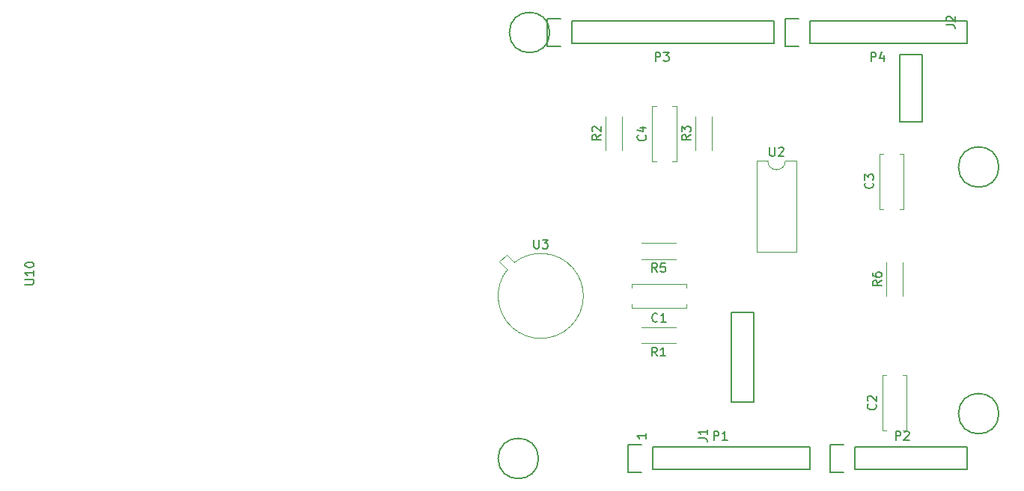
<source format=gbr>
G04 #@! TF.GenerationSoftware,KiCad,Pcbnew,(5.0.0)*
G04 #@! TF.CreationDate,2018-11-13T08:44:11+01:00*
G04 #@! TF.ProjectId,UNO,554E4F2E6B696361645F706362000000,rev?*
G04 #@! TF.SameCoordinates,Original*
G04 #@! TF.FileFunction,Legend,Top*
G04 #@! TF.FilePolarity,Positive*
%FSLAX46Y46*%
G04 Gerber Fmt 4.6, Leading zero omitted, Abs format (unit mm)*
G04 Created by KiCad (PCBNEW (5.0.0)) date 11/13/18 08:44:11*
%MOMM*%
%LPD*%
G01*
G04 APERTURE LIST*
%ADD10C,0.150000*%
%ADD11C,0.120000*%
G04 APERTURE END LIST*
D10*
X139390380Y-120999285D02*
X139390380Y-121570714D01*
X139390380Y-121285000D02*
X138390380Y-121285000D01*
X138533238Y-121380238D01*
X138628476Y-121475476D01*
X138676095Y-121570714D01*
G04 #@! TO.C,J1*
X151638000Y-117475000D02*
X149098000Y-117475000D01*
X151638000Y-109855000D02*
X151638000Y-117475000D01*
X149098000Y-117475000D02*
X149098000Y-109855000D01*
X151638000Y-107315000D02*
X151638000Y-109855000D01*
X149098000Y-107315000D02*
X151638000Y-107315000D01*
X149098000Y-109855000D02*
X149098000Y-107315000D01*
G04 #@! TO.C,J2*
X168148000Y-78105000D02*
X170688000Y-78105000D01*
X168148000Y-85725000D02*
X168148000Y-78105000D01*
X170688000Y-85725000D02*
X168148000Y-85725000D01*
X170688000Y-78105000D02*
X170688000Y-85725000D01*
G04 #@! TO.C,P1*
X137388000Y-122275000D02*
X137388000Y-125375000D01*
X138938000Y-122275000D02*
X137388000Y-122275000D01*
X140208000Y-125095000D02*
X140208000Y-122555000D01*
X137388000Y-125375000D02*
X138938000Y-125375000D01*
X157988000Y-122555000D02*
X140208000Y-122555000D01*
X157988000Y-125095000D02*
X157988000Y-122555000D01*
X140208000Y-125095000D02*
X157988000Y-125095000D01*
G04 #@! TO.C,P2*
X160248000Y-122275000D02*
X160248000Y-125375000D01*
X161798000Y-122275000D02*
X160248000Y-122275000D01*
X163068000Y-125095000D02*
X163068000Y-122555000D01*
X160248000Y-125375000D02*
X161798000Y-125375000D01*
X175768000Y-122555000D02*
X163068000Y-122555000D01*
X175768000Y-125095000D02*
X175768000Y-122555000D01*
X163068000Y-125095000D02*
X175768000Y-125095000D01*
G04 #@! TO.C,P3*
X128244000Y-74015000D02*
X128244000Y-77115000D01*
X129794000Y-74015000D02*
X128244000Y-74015000D01*
X131064000Y-76835000D02*
X131064000Y-74295000D01*
X128244000Y-77115000D02*
X129794000Y-77115000D01*
X153924000Y-74295000D02*
X131064000Y-74295000D01*
X153924000Y-76835000D02*
X153924000Y-74295000D01*
X131064000Y-76835000D02*
X153924000Y-76835000D01*
G04 #@! TO.C,P4*
X155168000Y-74015000D02*
X155168000Y-77115000D01*
X156718000Y-74015000D02*
X155168000Y-74015000D01*
X157988000Y-76835000D02*
X157988000Y-74295000D01*
X155168000Y-77115000D02*
X156718000Y-77115000D01*
X175768000Y-74295000D02*
X157988000Y-74295000D01*
X175768000Y-76835000D02*
X175768000Y-74295000D01*
X157988000Y-76835000D02*
X175768000Y-76835000D01*
G04 #@! TO.C,P5*
X127254000Y-123825000D02*
G75*
G03X127254000Y-123825000I-2286000J0D01*
G01*
G04 #@! TO.C,P6*
X179324000Y-118745000D02*
G75*
G03X179324000Y-118745000I-2286000J0D01*
G01*
G04 #@! TO.C,P7*
X128524000Y-75565000D02*
G75*
G03X128524000Y-75565000I-2286000J0D01*
G01*
G04 #@! TO.C,P8*
X179324000Y-90805000D02*
G75*
G03X179324000Y-90805000I-2286000J0D01*
G01*
D11*
G04 #@! TO.C,C1*
X137763000Y-104485000D02*
X137763000Y-104040000D01*
X137763000Y-106780000D02*
X137763000Y-106335000D01*
X144003000Y-104485000D02*
X144003000Y-104040000D01*
X144003000Y-106780000D02*
X144003000Y-106335000D01*
X144003000Y-104040000D02*
X137763000Y-104040000D01*
X144003000Y-106780000D02*
X137763000Y-106780000D01*
G04 #@! TO.C,C2*
X168438000Y-114395000D02*
X168883000Y-114395000D01*
X166143000Y-114395000D02*
X166588000Y-114395000D01*
X168438000Y-120635000D02*
X168883000Y-120635000D01*
X166143000Y-120635000D02*
X166588000Y-120635000D01*
X168883000Y-120635000D02*
X168883000Y-114395000D01*
X166143000Y-120635000D02*
X166143000Y-114395000D01*
G04 #@! TO.C,C3*
X168120500Y-89312500D02*
X168565500Y-89312500D01*
X165825500Y-89312500D02*
X166270500Y-89312500D01*
X168120500Y-95552500D02*
X168565500Y-95552500D01*
X165825500Y-95552500D02*
X166270500Y-95552500D01*
X168565500Y-95552500D02*
X168565500Y-89312500D01*
X165825500Y-95552500D02*
X165825500Y-89312500D01*
G04 #@! TO.C,C4*
X142403000Y-83915000D02*
X142848000Y-83915000D01*
X140108000Y-83915000D02*
X140553000Y-83915000D01*
X142403000Y-90155000D02*
X142848000Y-90155000D01*
X140108000Y-90155000D02*
X140553000Y-90155000D01*
X142848000Y-90155000D02*
X142848000Y-83915000D01*
X140108000Y-90155000D02*
X140108000Y-83915000D01*
G04 #@! TO.C,R1*
X142763000Y-108935000D02*
X138923000Y-108935000D01*
X142763000Y-110775000D02*
X138923000Y-110775000D01*
G04 #@! TO.C,R2*
X136683000Y-88915000D02*
X136683000Y-85075000D01*
X134843000Y-88915000D02*
X134843000Y-85075000D01*
G04 #@! TO.C,R3*
X146843000Y-88915000D02*
X146843000Y-85075000D01*
X145003000Y-88915000D02*
X145003000Y-85075000D01*
G04 #@! TO.C,R5*
X142763000Y-99410000D02*
X138923000Y-99410000D01*
X142763000Y-101250000D02*
X138923000Y-101250000D01*
G04 #@! TO.C,R6*
X168433000Y-105425000D02*
X168433000Y-101585000D01*
X166593000Y-105425000D02*
X166593000Y-101585000D01*
G04 #@! TO.C,U2*
X156428000Y-90110000D02*
X155178000Y-90110000D01*
X156428000Y-100390000D02*
X156428000Y-90110000D01*
X151928000Y-100390000D02*
X156428000Y-100390000D01*
X151928000Y-90110000D02*
X151928000Y-100390000D01*
X153178000Y-90110000D02*
X151928000Y-90110000D01*
X155178000Y-90110000D02*
G75*
G02X153178000Y-90110000I-1000000J0D01*
G01*
G04 #@! TO.C,U3*
X124510916Y-101635098D02*
X123619961Y-100744144D01*
X123619961Y-100744144D02*
X122842144Y-101521961D01*
X122842144Y-101521961D02*
X123733098Y-102412916D01*
X123733326Y-102412629D02*
G75*
G03X124510916Y-101635098I3774674J-2997371D01*
G01*
G04 #@! TO.C,J1*
D10*
X145320380Y-121538333D02*
X146034666Y-121538333D01*
X146177523Y-121585952D01*
X146272761Y-121681190D01*
X146320380Y-121824047D01*
X146320380Y-121919285D01*
X146320380Y-120538333D02*
X146320380Y-121109761D01*
X146320380Y-120824047D02*
X145320380Y-120824047D01*
X145463238Y-120919285D01*
X145558476Y-121014523D01*
X145606095Y-121109761D01*
G04 #@! TO.C,J2*
X173370380Y-74708333D02*
X174084666Y-74708333D01*
X174227523Y-74755952D01*
X174322761Y-74851190D01*
X174370380Y-74994047D01*
X174370380Y-75089285D01*
X173465619Y-74279761D02*
X173418000Y-74232142D01*
X173370380Y-74136904D01*
X173370380Y-73898809D01*
X173418000Y-73803571D01*
X173465619Y-73755952D01*
X173560857Y-73708333D01*
X173656095Y-73708333D01*
X173798952Y-73755952D01*
X174370380Y-74327380D01*
X174370380Y-73708333D01*
G04 #@! TO.C,U10*
X69175380Y-104108095D02*
X69984904Y-104108095D01*
X70080142Y-104060476D01*
X70127761Y-104012857D01*
X70175380Y-103917619D01*
X70175380Y-103727142D01*
X70127761Y-103631904D01*
X70080142Y-103584285D01*
X69984904Y-103536666D01*
X69175380Y-103536666D01*
X70175380Y-102536666D02*
X70175380Y-103108095D01*
X70175380Y-102822380D02*
X69175380Y-102822380D01*
X69318238Y-102917619D01*
X69413476Y-103012857D01*
X69461095Y-103108095D01*
X69175380Y-101917619D02*
X69175380Y-101822380D01*
X69223000Y-101727142D01*
X69270619Y-101679523D01*
X69365857Y-101631904D01*
X69556333Y-101584285D01*
X69794428Y-101584285D01*
X69984904Y-101631904D01*
X70080142Y-101679523D01*
X70127761Y-101727142D01*
X70175380Y-101822380D01*
X70175380Y-101917619D01*
X70127761Y-102012857D01*
X70080142Y-102060476D01*
X69984904Y-102108095D01*
X69794428Y-102155714D01*
X69556333Y-102155714D01*
X69365857Y-102108095D01*
X69270619Y-102060476D01*
X69223000Y-102012857D01*
X69175380Y-101917619D01*
G04 #@! TO.C,P1*
X147089904Y-121737380D02*
X147089904Y-120737380D01*
X147470857Y-120737380D01*
X147566095Y-120785000D01*
X147613714Y-120832619D01*
X147661333Y-120927857D01*
X147661333Y-121070714D01*
X147613714Y-121165952D01*
X147566095Y-121213571D01*
X147470857Y-121261190D01*
X147089904Y-121261190D01*
X148613714Y-121737380D02*
X148042285Y-121737380D01*
X148328000Y-121737380D02*
X148328000Y-120737380D01*
X148232761Y-120880238D01*
X148137523Y-120975476D01*
X148042285Y-121023095D01*
G04 #@! TO.C,P2*
X167663904Y-121737380D02*
X167663904Y-120737380D01*
X168044857Y-120737380D01*
X168140095Y-120785000D01*
X168187714Y-120832619D01*
X168235333Y-120927857D01*
X168235333Y-121070714D01*
X168187714Y-121165952D01*
X168140095Y-121213571D01*
X168044857Y-121261190D01*
X167663904Y-121261190D01*
X168616285Y-120832619D02*
X168663904Y-120785000D01*
X168759142Y-120737380D01*
X168997238Y-120737380D01*
X169092476Y-120785000D01*
X169140095Y-120832619D01*
X169187714Y-120927857D01*
X169187714Y-121023095D01*
X169140095Y-121165952D01*
X168568666Y-121737380D01*
X169187714Y-121737380D01*
G04 #@! TO.C,P3*
X140485904Y-78811380D02*
X140485904Y-77811380D01*
X140866857Y-77811380D01*
X140962095Y-77859000D01*
X141009714Y-77906619D01*
X141057333Y-78001857D01*
X141057333Y-78144714D01*
X141009714Y-78239952D01*
X140962095Y-78287571D01*
X140866857Y-78335190D01*
X140485904Y-78335190D01*
X141390666Y-77811380D02*
X142009714Y-77811380D01*
X141676380Y-78192333D01*
X141819238Y-78192333D01*
X141914476Y-78239952D01*
X141962095Y-78287571D01*
X142009714Y-78382809D01*
X142009714Y-78620904D01*
X141962095Y-78716142D01*
X141914476Y-78763761D01*
X141819238Y-78811380D01*
X141533523Y-78811380D01*
X141438285Y-78763761D01*
X141390666Y-78716142D01*
G04 #@! TO.C,P4*
X164869904Y-78811380D02*
X164869904Y-77811380D01*
X165250857Y-77811380D01*
X165346095Y-77859000D01*
X165393714Y-77906619D01*
X165441333Y-78001857D01*
X165441333Y-78144714D01*
X165393714Y-78239952D01*
X165346095Y-78287571D01*
X165250857Y-78335190D01*
X164869904Y-78335190D01*
X166298476Y-78144714D02*
X166298476Y-78811380D01*
X166060380Y-77763761D02*
X165822285Y-78478047D01*
X166441333Y-78478047D01*
G04 #@! TO.C,C1*
X140716333Y-108267142D02*
X140668714Y-108314761D01*
X140525857Y-108362380D01*
X140430619Y-108362380D01*
X140287761Y-108314761D01*
X140192523Y-108219523D01*
X140144904Y-108124285D01*
X140097285Y-107933809D01*
X140097285Y-107790952D01*
X140144904Y-107600476D01*
X140192523Y-107505238D01*
X140287761Y-107410000D01*
X140430619Y-107362380D01*
X140525857Y-107362380D01*
X140668714Y-107410000D01*
X140716333Y-107457619D01*
X141668714Y-108362380D02*
X141097285Y-108362380D01*
X141383000Y-108362380D02*
X141383000Y-107362380D01*
X141287761Y-107505238D01*
X141192523Y-107600476D01*
X141097285Y-107648095D01*
G04 #@! TO.C,C2*
X165370142Y-117681666D02*
X165417761Y-117729285D01*
X165465380Y-117872142D01*
X165465380Y-117967380D01*
X165417761Y-118110238D01*
X165322523Y-118205476D01*
X165227285Y-118253095D01*
X165036809Y-118300714D01*
X164893952Y-118300714D01*
X164703476Y-118253095D01*
X164608238Y-118205476D01*
X164513000Y-118110238D01*
X164465380Y-117967380D01*
X164465380Y-117872142D01*
X164513000Y-117729285D01*
X164560619Y-117681666D01*
X164560619Y-117300714D02*
X164513000Y-117253095D01*
X164465380Y-117157857D01*
X164465380Y-116919761D01*
X164513000Y-116824523D01*
X164560619Y-116776904D01*
X164655857Y-116729285D01*
X164751095Y-116729285D01*
X164893952Y-116776904D01*
X165465380Y-117348333D01*
X165465380Y-116729285D01*
G04 #@! TO.C,C3*
X165052642Y-92599166D02*
X165100261Y-92646785D01*
X165147880Y-92789642D01*
X165147880Y-92884880D01*
X165100261Y-93027738D01*
X165005023Y-93122976D01*
X164909785Y-93170595D01*
X164719309Y-93218214D01*
X164576452Y-93218214D01*
X164385976Y-93170595D01*
X164290738Y-93122976D01*
X164195500Y-93027738D01*
X164147880Y-92884880D01*
X164147880Y-92789642D01*
X164195500Y-92646785D01*
X164243119Y-92599166D01*
X164147880Y-92265833D02*
X164147880Y-91646785D01*
X164528833Y-91980119D01*
X164528833Y-91837261D01*
X164576452Y-91742023D01*
X164624071Y-91694404D01*
X164719309Y-91646785D01*
X164957404Y-91646785D01*
X165052642Y-91694404D01*
X165100261Y-91742023D01*
X165147880Y-91837261D01*
X165147880Y-92122976D01*
X165100261Y-92218214D01*
X165052642Y-92265833D01*
G04 #@! TO.C,C4*
X139335142Y-87201666D02*
X139382761Y-87249285D01*
X139430380Y-87392142D01*
X139430380Y-87487380D01*
X139382761Y-87630238D01*
X139287523Y-87725476D01*
X139192285Y-87773095D01*
X139001809Y-87820714D01*
X138858952Y-87820714D01*
X138668476Y-87773095D01*
X138573238Y-87725476D01*
X138478000Y-87630238D01*
X138430380Y-87487380D01*
X138430380Y-87392142D01*
X138478000Y-87249285D01*
X138525619Y-87201666D01*
X138763714Y-86344523D02*
X139430380Y-86344523D01*
X138382761Y-86582619D02*
X139097047Y-86820714D01*
X139097047Y-86201666D01*
G04 #@! TO.C,R1*
X140676333Y-112227380D02*
X140343000Y-111751190D01*
X140104904Y-112227380D02*
X140104904Y-111227380D01*
X140485857Y-111227380D01*
X140581095Y-111275000D01*
X140628714Y-111322619D01*
X140676333Y-111417857D01*
X140676333Y-111560714D01*
X140628714Y-111655952D01*
X140581095Y-111703571D01*
X140485857Y-111751190D01*
X140104904Y-111751190D01*
X141628714Y-112227380D02*
X141057285Y-112227380D01*
X141343000Y-112227380D02*
X141343000Y-111227380D01*
X141247761Y-111370238D01*
X141152523Y-111465476D01*
X141057285Y-111513095D01*
G04 #@! TO.C,R2*
X134295380Y-87161666D02*
X133819190Y-87495000D01*
X134295380Y-87733095D02*
X133295380Y-87733095D01*
X133295380Y-87352142D01*
X133343000Y-87256904D01*
X133390619Y-87209285D01*
X133485857Y-87161666D01*
X133628714Y-87161666D01*
X133723952Y-87209285D01*
X133771571Y-87256904D01*
X133819190Y-87352142D01*
X133819190Y-87733095D01*
X133390619Y-86780714D02*
X133343000Y-86733095D01*
X133295380Y-86637857D01*
X133295380Y-86399761D01*
X133343000Y-86304523D01*
X133390619Y-86256904D01*
X133485857Y-86209285D01*
X133581095Y-86209285D01*
X133723952Y-86256904D01*
X134295380Y-86828333D01*
X134295380Y-86209285D01*
G04 #@! TO.C,R3*
X144455380Y-87161666D02*
X143979190Y-87495000D01*
X144455380Y-87733095D02*
X143455380Y-87733095D01*
X143455380Y-87352142D01*
X143503000Y-87256904D01*
X143550619Y-87209285D01*
X143645857Y-87161666D01*
X143788714Y-87161666D01*
X143883952Y-87209285D01*
X143931571Y-87256904D01*
X143979190Y-87352142D01*
X143979190Y-87733095D01*
X143455380Y-86828333D02*
X143455380Y-86209285D01*
X143836333Y-86542619D01*
X143836333Y-86399761D01*
X143883952Y-86304523D01*
X143931571Y-86256904D01*
X144026809Y-86209285D01*
X144264904Y-86209285D01*
X144360142Y-86256904D01*
X144407761Y-86304523D01*
X144455380Y-86399761D01*
X144455380Y-86685476D01*
X144407761Y-86780714D01*
X144360142Y-86828333D01*
G04 #@! TO.C,R5*
X140676333Y-102702380D02*
X140343000Y-102226190D01*
X140104904Y-102702380D02*
X140104904Y-101702380D01*
X140485857Y-101702380D01*
X140581095Y-101750000D01*
X140628714Y-101797619D01*
X140676333Y-101892857D01*
X140676333Y-102035714D01*
X140628714Y-102130952D01*
X140581095Y-102178571D01*
X140485857Y-102226190D01*
X140104904Y-102226190D01*
X141581095Y-101702380D02*
X141104904Y-101702380D01*
X141057285Y-102178571D01*
X141104904Y-102130952D01*
X141200142Y-102083333D01*
X141438238Y-102083333D01*
X141533476Y-102130952D01*
X141581095Y-102178571D01*
X141628714Y-102273809D01*
X141628714Y-102511904D01*
X141581095Y-102607142D01*
X141533476Y-102654761D01*
X141438238Y-102702380D01*
X141200142Y-102702380D01*
X141104904Y-102654761D01*
X141057285Y-102607142D01*
G04 #@! TO.C,R6*
X166045380Y-103671666D02*
X165569190Y-104005000D01*
X166045380Y-104243095D02*
X165045380Y-104243095D01*
X165045380Y-103862142D01*
X165093000Y-103766904D01*
X165140619Y-103719285D01*
X165235857Y-103671666D01*
X165378714Y-103671666D01*
X165473952Y-103719285D01*
X165521571Y-103766904D01*
X165569190Y-103862142D01*
X165569190Y-104243095D01*
X165045380Y-102814523D02*
X165045380Y-103005000D01*
X165093000Y-103100238D01*
X165140619Y-103147857D01*
X165283476Y-103243095D01*
X165473952Y-103290714D01*
X165854904Y-103290714D01*
X165950142Y-103243095D01*
X165997761Y-103195476D01*
X166045380Y-103100238D01*
X166045380Y-102909761D01*
X165997761Y-102814523D01*
X165950142Y-102766904D01*
X165854904Y-102719285D01*
X165616809Y-102719285D01*
X165521571Y-102766904D01*
X165473952Y-102814523D01*
X165426333Y-102909761D01*
X165426333Y-103100238D01*
X165473952Y-103195476D01*
X165521571Y-103243095D01*
X165616809Y-103290714D01*
G04 #@! TO.C,U2*
X153416095Y-88562380D02*
X153416095Y-89371904D01*
X153463714Y-89467142D01*
X153511333Y-89514761D01*
X153606571Y-89562380D01*
X153797047Y-89562380D01*
X153892285Y-89514761D01*
X153939904Y-89467142D01*
X153987523Y-89371904D01*
X153987523Y-88562380D01*
X154416095Y-88657619D02*
X154463714Y-88610000D01*
X154558952Y-88562380D01*
X154797047Y-88562380D01*
X154892285Y-88610000D01*
X154939904Y-88657619D01*
X154987523Y-88752857D01*
X154987523Y-88848095D01*
X154939904Y-88990952D01*
X154368476Y-89562380D01*
X154987523Y-89562380D01*
G04 #@! TO.C,U3*
X126746095Y-99042380D02*
X126746095Y-99851904D01*
X126793714Y-99947142D01*
X126841333Y-99994761D01*
X126936571Y-100042380D01*
X127127047Y-100042380D01*
X127222285Y-99994761D01*
X127269904Y-99947142D01*
X127317523Y-99851904D01*
X127317523Y-99042380D01*
X127698476Y-99042380D02*
X128317523Y-99042380D01*
X127984190Y-99423333D01*
X128127047Y-99423333D01*
X128222285Y-99470952D01*
X128269904Y-99518571D01*
X128317523Y-99613809D01*
X128317523Y-99851904D01*
X128269904Y-99947142D01*
X128222285Y-99994761D01*
X128127047Y-100042380D01*
X127841333Y-100042380D01*
X127746095Y-99994761D01*
X127698476Y-99947142D01*
G04 #@! TD*
M02*

</source>
